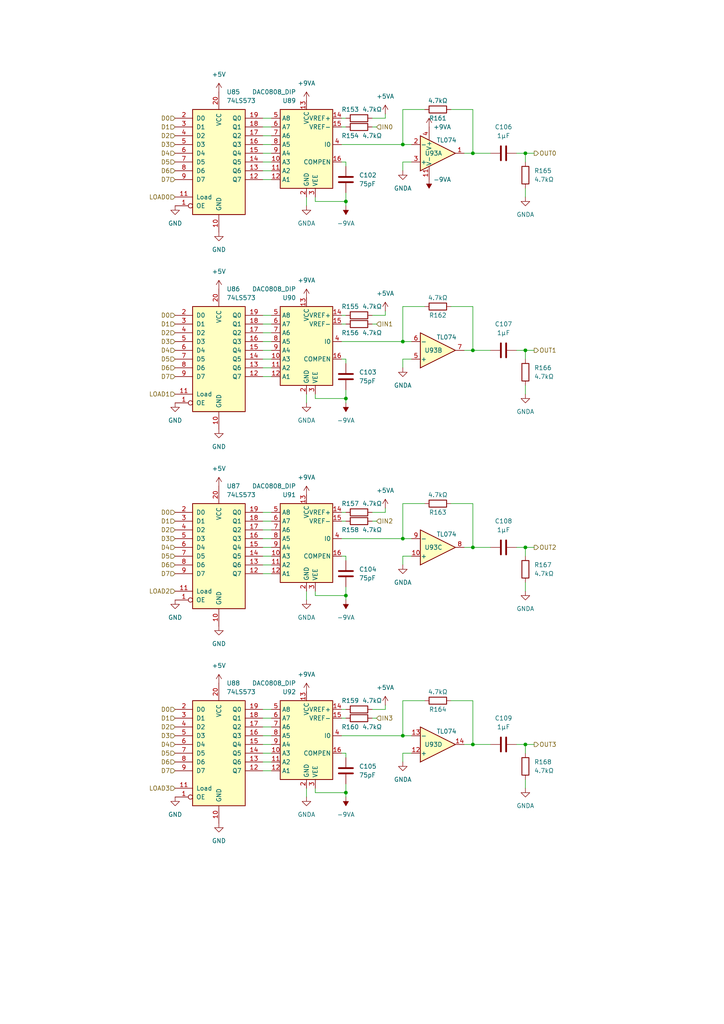
<source format=kicad_sch>
(kicad_sch (version 20250114) (generator "eeschema") (generator_version "9.0")
  (paper "A4" portrait)
  (lib_symbols
    (symbol "74xx:74LS573" (pin_names (offset 1.016))
      (property "Reference" "U" (at -7.62 16.51 0))
      (property "Value" "74LS573" (at -7.62 -16.51 0))
      (symbol "74LS573_1_0"
        (pin input line (at -12.7 12.7 0) (length 5.08) (name "D0") (number "2"))
        (pin input line (at -12.7 10.16 0) (length 5.08) (name "D1") (number "3"))
        (pin input line (at -12.7 7.62 0) (length 5.08) (name "D2") (number "4"))
        (pin input line (at -12.7 5.08 0) (length 5.08) (name "D3") (number "5"))
        (pin input line (at -12.7 2.54 0) (length 5.08) (name "D4") (number "6"))
        (pin input line (at -12.7 0 0) (length 5.08) (name "D5") (number "7"))
        (pin input line (at -12.7 -2.54 0) (length 5.08) (name "D6") (number "8"))
        (pin input line (at -12.7 -5.08 0) (length 5.08) (name "D7") (number "9"))
        (pin input line (at -12.7 -10.16 0) (length 5.08) (name "Load") (number "11"))
        (pin input inverted (at -12.7 -12.7 0) (length 5.08) (name "OE") (number "1"))
        (pin power_in line (at 0 20.32 270) (length 5.08) (name "VCC") (number "20"))
        (pin power_in line (at 0 -20.32 90) (length 5.08) (name "GND") (number "10"))
        (pin tri_state line (at 12.7 12.7 180) (length 5.08) (name "Q0") (number "19"))
        (pin tri_state line (at 12.7 10.16 180) (length 5.08) (name "Q1") (number "18"))
        (pin tri_state line (at 12.7 7.62 180) (length 5.08) (name "Q2") (number "17"))
        (pin tri_state line (at 12.7 5.08 180) (length 5.08) (name "Q3") (number "16"))
        (pin tri_state line (at 12.7 2.54 180) (length 5.08) (name "Q4") (number "15"))
        (pin tri_state line (at 12.7 0 180) (length 5.08) (name "Q5") (number "14"))
        (pin tri_state line (at 12.7 -2.54 180) (length 5.08) (name "Q6") (number "13"))
        (pin tri_state line (at 12.7 -5.08 180) (length 5.08) (name "Q7") (number "12"))
      )
      (symbol "74LS573_1_1"
        (rectangle (start -7.62 15.24) (end 7.62 -15.24) (stroke (width 0.254)) (fill (type background)))
      )
    )
    (symbol "Amplifier_Operational:TL074" (pin_names (offset 0.127))
      (property "Reference" "U" (at 0 5.08 0))
      (property "Value" "TL074" (at 0 -5.08 0))
      (symbol "TL074_1_1"
        (polyline (pts (xy -5.08 5.08) (xy 5.08 0) (xy -5.08 -5.08) (xy -5.08 5.08)) (stroke (width 0.254)) (fill (type background)))
        (pin input line (at -7.62 2.54 0) (length 2.54) (name "+") (number "3"))
        (pin input line (at -7.62 -2.54 0) (length 2.54) (name "-") (number "2"))
        (pin output line (at 7.62 0 180) (length 2.54) (name "~") (number "1"))
      )
      (symbol "TL074_2_1"
        (polyline (pts (xy -5.08 5.08) (xy 5.08 0) (xy -5.08 -5.08) (xy -5.08 5.08)) (stroke (width 0.254)) (fill (type background)))
        (pin input line (at -7.62 2.54 0) (length 2.54) (name "+") (number "5"))
        (pin input line (at -7.62 -2.54 0) (length 2.54) (name "-") (number "6"))
        (pin output line (at 7.62 0 180) (length 2.54) (name "~") (number "7"))
      )
      (symbol "TL074_3_1"
        (polyline (pts (xy -5.08 5.08) (xy 5.08 0) (xy -5.08 -5.08) (xy -5.08 5.08)) (stroke (width 0.254)) (fill (type background)))
        (pin input line (at -7.62 2.54 0) (length 2.54) (name "+") (number "10"))
        (pin input line (at -7.62 -2.54 0) (length 2.54) (name "-") (number "9"))
        (pin output line (at 7.62 0 180) (length 2.54) (name "~") (number "8"))
      )
      (symbol "TL074_4_1"
        (polyline (pts (xy -5.08 5.08) (xy 5.08 0) (xy -5.08 -5.08) (xy -5.08 5.08)) (stroke (width 0.254)) (fill (type background)))
        (pin input line (at -7.62 2.54 0) (length 2.54) (name "+") (number "12"))
        (pin input line (at -7.62 -2.54 0) (length 2.54) (name "-") (number "13"))
        (pin output line (at 7.62 0 180) (length 2.54) (name "~") (number "14"))
      )
      (symbol "TL074_5_1"
        (pin power_in line (at -2.54 7.62 270) (length 3.81) (name "V+") (number "4"))
        (pin power_in line (at -2.54 -7.62 90) (length 3.81) (name "V-") (number "11"))
      )
    )
    (symbol "Analog_DAC:DAC0808_DIP"
      (property "Reference" "U" (at 2.54 16.51 0))
      (property "Value" "DAC0808_DIP" (at 2.54 13.97 0))
      (symbol "DAC0808_DIP_0_0"
        (rectangle (start -7.62 -10.16) (end 7.62 12.7) (stroke (width 0.254)) (fill (type background)))
      )
      (symbol "DAC0808_DIP_1_1"
        (pin input line (at -10.16 10.16 0) (length 2.54) (name "A8") (number "5"))
        (pin input line (at -10.16 7.62 0) (length 2.54) (name "A7") (number "6"))
        (pin input line (at -10.16 5.08 0) (length 2.54) (name "A6") (number "7"))
        (pin input line (at -10.16 2.54 0) (length 2.54) (name "A5") (number "8"))
        (pin input line (at -10.16 0 0) (length 2.54) (name "A4") (number "9"))
        (pin input line (at -10.16 -2.54 0) (length 2.54) (name "A3") (number "10"))
        (pin input line (at -10.16 -5.08 0) (length 2.54) (name "A2") (number "11"))
        (pin input line (at -10.16 -7.62 0) (length 2.54) (name "A1") (number "12"))
        (pin power_in line (at 0 15.24 270) (length 2.54) (name "VCC") (number "13"))
        (pin power_in line (at 0 -12.7 90) (length 2.54) (name "GND") (number "2"))
        (pin power_in line (at 2.54 -12.7 90) (length 2.54) (name "VEE") (number "3"))
        (pin no_connect line (at 7.62 -5.08 180) (length 2.54) (hide yes) (name "NC") (number "1"))
        (pin output line (at 10.16 10.16 180) (length 2.54) (name "VREF+") (number "14"))
        (pin output line (at 10.16 7.62 180) (length 2.54) (name "VREF-") (number "15"))
        (pin input line (at 10.16 2.54 180) (length 2.54) (name "I0") (number "4"))
        (pin passive line (at 10.16 -2.54 180) (length 2.54) (name "COMPEN") (number "16"))
      )
    )
    (symbol "Device:C" (pin_numbers (hide yes)) (pin_names (offset 0.254))
      (property "Reference" "C" (at 0.635 2.54 0))
      (property "Value" "C" (at 0.635 -2.54 0))
      (symbol "C_0_1"
        (polyline (pts (xy -2.032 0.762) (xy 2.032 0.762)) (stroke (width 0.508)))
        (polyline (pts (xy -2.032 -0.762) (xy 2.032 -0.762)) (stroke (width 0.508)))
      )
      (symbol "C_1_1"
        (pin passive line (at 0 3.81 270) (length 2.794) (name "~") (number "1"))
        (pin passive line (at 0 -3.81 90) (length 2.794) (name "~") (number "2"))
      )
    )
    (symbol "Device:R" (pin_numbers (hide yes)) (pin_names (offset 0))
      (property "Reference" "R" (at 2.032 0 90))
      (property "Value" "R" (at 0 0 90))
      (symbol "R_0_1"
        (rectangle (start -1.016 -2.54) (end 1.016 2.54) (stroke (width 0.254)))
      )
      (symbol "R_1_1"
        (pin passive line (at 0 3.81 270) (length 1.27) (name "~") (number "1"))
        (pin passive line (at 0 -3.81 90) (length 1.27) (name "~") (number "2"))
      )
    )
    (symbol "power:+5V" (power) (pin_numbers (hide yes)) (pin_names (offset 0) (hide yes))
      (property "Value" "+5V" (at 0 3.556 0))
      (symbol "+5V_0_1"
        (polyline (pts (xy -0.762 1.27) (xy 0 2.54)))
        (polyline (pts (xy 0 2.54) (xy 0.762 1.27)))
        (polyline (pts (xy 0 0) (xy 0 2.54)))
      )
      (symbol "+5V_1_1"
        (pin power_in line (at 0 0 90) (length 0) (name "~") (number "1"))
      )
    )
    (symbol "power:+5VA" (power) (pin_numbers (hide yes)) (pin_names (offset 0) (hide yes))
      (property "Value" "+5VA" (at 0 3.556 0))
      (symbol "+5VA_0_1"
        (polyline (pts (xy -0.762 1.27) (xy 0 2.54)))
        (polyline (pts (xy 0 2.54) (xy 0.762 1.27)))
        (polyline (pts (xy 0 0) (xy 0 2.54)))
      )
      (symbol "+5VA_1_1"
        (pin power_in line (at 0 0 90) (length 0) (name "~") (number "1"))
      )
    )
    (symbol "power:+9VA" (power) (pin_numbers (hide yes)) (pin_names (offset 0) (hide yes))
      (property "Value" "+9VA" (at 0 3.556 0))
      (symbol "+9VA_0_1"
        (polyline (pts (xy -0.762 1.27) (xy 0 2.54)))
        (polyline (pts (xy 0 2.54) (xy 0.762 1.27)))
        (polyline (pts (xy 0 0) (xy 0 2.54)))
      )
      (symbol "+9VA_1_1"
        (pin power_in line (at 0 0 90) (length 0) (name "~") (number "1"))
      )
    )
    (symbol "power:-9VA" (power) (pin_numbers (hide yes)) (pin_names (offset 0) (hide yes))
      (property "Value" "-9VA" (at 0 3.556 0))
      (symbol "-9VA_0_1"
        (polyline (pts (xy 0 0) (xy 0 2.54)))
        (polyline (pts (xy 0.762 1.27) (xy -0.762 1.27) (xy 0 2.54) (xy 0.762 1.27)) (fill (type outline)))
      )
      (symbol "-9VA_1_1"
        (pin power_in line (at 0 0 90) (length 0) (name "~") (number "1"))
      )
    )
    (symbol "power:GND" (power) (pin_numbers (hide yes)) (pin_names (offset 0) (hide yes))
      (property "Value" "GND" (at 0 -3.81 0))
      (symbol "GND_0_1"
        (polyline (pts (xy 0 0) (xy 0 -1.27) (xy 1.27 -1.27) (xy 0 -2.54) (xy -1.27 -1.27) (xy 0 -1.27)))
      )
      (symbol "GND_1_1"
        (pin power_in line (at 0 0 270) (length 0) (name "~") (number "1"))
      )
    )
    (symbol "power:GNDA" (power) (pin_numbers (hide yes)) (pin_names (offset 0) (hide yes))
      (property "Value" "GNDA" (at 0 -3.81 0))
      (symbol "GNDA_0_1"
        (polyline (pts (xy 0 0) (xy 0 -1.27) (xy 1.27 -1.27) (xy 0 -2.54) (xy -1.27 -1.27) (xy 0 -1.27)))
      )
      (symbol "GNDA_1_1"
        (pin power_in line (at 0 0 270) (length 0) (name "~") (number "1"))
      )
    )
  )
  (junction (at 137.16 158.75))
  (junction (at 100.33 115.57))
  (junction (at 137.16 44.45))
  (junction (at 137.16 215.9))
  (junction (at 116.84 213.36))
  (junction (at 152.4 44.45))
  (junction (at 116.84 99.06))
  (junction (at 100.33 58.42))
  (junction (at 152.4 101.6))
  (junction (at 116.84 156.21))
  (junction (at 116.84 41.91))
  (junction (at 152.4 215.9))
  (junction (at 100.33 229.87))
  (junction (at 152.4 158.75))
  (junction (at 137.16 101.6))
  (junction (at 100.33 172.72))
  (wire (pts (xy 76.2 106.68) (xy 78.74 106.68)))
  (wire (pts (xy 100.33 105.41) (xy 100.33 104.14)))
  (wire (pts (xy 76.2 213.36) (xy 78.74 213.36)))
  (wire (pts (xy 100.33 172.72) (xy 100.33 173.99)))
  (wire (pts (xy 111.76 147.32) (xy 111.76 148.59)))
  (wire (pts (xy 152.4 158.75) (xy 154.94 158.75)))
  (wire (pts (xy 91.44 115.57) (xy 100.33 115.57)))
  (wire (pts (xy 76.2 101.6) (xy 78.74 101.6)))
  (wire (pts (xy 76.2 44.45) (xy 78.74 44.45)))
  (wire (pts (xy 76.2 49.53) (xy 78.74 49.53)))
  (wire (pts (xy 152.4 44.45) (xy 154.94 44.45)))
  (wire (pts (xy 137.16 88.9) (xy 137.16 101.6)))
  (wire (pts (xy 111.76 148.59) (xy 107.95 148.59)))
  (wire (pts (xy 111.76 90.17) (xy 111.76 91.44)))
  (wire (pts (xy 137.16 44.45) (xy 142.24 44.45)))
  (wire (pts (xy 116.84 161.29) (xy 116.84 163.83)))
  (wire (pts (xy 91.44 57.15) (xy 91.44 58.42)))
  (wire (pts (xy 152.4 104.14) (xy 152.4 101.6)))
  (wire (pts (xy 100.33 115.57) (xy 100.33 116.84)))
  (wire (pts (xy 88.9 231.14) (xy 88.9 228.6)))
  (wire (pts (xy 137.16 88.9) (xy 130.81 88.9)))
  (wire (pts (xy 111.76 204.47) (xy 111.76 205.74)))
  (wire (pts (xy 100.33 219.71) (xy 100.33 218.44)))
  (wire (pts (xy 76.2 104.14) (xy 78.74 104.14)))
  (wire (pts (xy 91.44 228.6) (xy 91.44 229.87)))
  (wire (pts (xy 137.16 31.75) (xy 130.81 31.75)))
  (wire (pts (xy 119.38 218.44) (xy 116.84 218.44)))
  (wire (pts (xy 119.38 46.99) (xy 116.84 46.99)))
  (wire (pts (xy 76.2 208.28) (xy 78.74 208.28)))
  (wire (pts (xy 76.2 46.99) (xy 78.74 46.99)))
  (wire (pts (xy 88.9 173.99) (xy 88.9 171.45)))
  (wire (pts (xy 116.84 156.21) (xy 119.38 156.21)))
  (wire (pts (xy 107.95 36.83) (xy 109.22 36.83)))
  (wire (pts (xy 76.2 215.9) (xy 78.74 215.9)))
  (wire (pts (xy 119.38 161.29) (xy 116.84 161.29)))
  (wire (pts (xy 134.62 44.45) (xy 137.16 44.45)))
  (wire (pts (xy 111.76 34.29) (xy 107.95 34.29)))
  (wire (pts (xy 116.84 203.2) (xy 116.84 213.36)))
  (wire (pts (xy 76.2 161.29) (xy 78.74 161.29)))
  (wire (pts (xy 119.38 104.14) (xy 116.84 104.14)))
  (wire (pts (xy 76.2 205.74) (xy 78.74 205.74)))
  (wire (pts (xy 134.62 215.9) (xy 137.16 215.9)))
  (wire (pts (xy 137.16 31.75) (xy 137.16 44.45)))
  (wire (pts (xy 100.33 34.29) (xy 99.06 34.29)))
  (wire (pts (xy 100.33 205.74) (xy 99.06 205.74)))
  (wire (pts (xy 149.86 158.75) (xy 152.4 158.75)))
  (wire (pts (xy 152.4 215.9) (xy 154.94 215.9)))
  (wire (pts (xy 116.84 218.44) (xy 116.84 220.98)))
  (wire (pts (xy 99.06 93.98) (xy 100.33 93.98)))
  (wire (pts (xy 100.33 227.33) (xy 100.33 229.87)))
  (wire (pts (xy 100.33 91.44) (xy 99.06 91.44)))
  (wire (pts (xy 100.33 58.42) (xy 100.33 59.69)))
  (wire (pts (xy 116.84 146.05) (xy 116.84 156.21)))
  (wire (pts (xy 76.2 41.91) (xy 78.74 41.91)))
  (wire (pts (xy 76.2 93.98) (xy 78.74 93.98)))
  (wire (pts (xy 100.33 161.29) (xy 99.06 161.29)))
  (wire (pts (xy 76.2 156.21) (xy 78.74 156.21)))
  (wire (pts (xy 149.86 101.6) (xy 152.4 101.6)))
  (wire (pts (xy 99.06 41.91) (xy 116.84 41.91)))
  (wire (pts (xy 76.2 223.52) (xy 78.74 223.52)))
  (wire (pts (xy 100.33 48.26) (xy 100.33 46.99)))
  (wire (pts (xy 152.4 161.29) (xy 152.4 158.75)))
  (wire (pts (xy 99.06 213.36) (xy 116.84 213.36)))
  (wire (pts (xy 152.4 218.44) (xy 152.4 215.9)))
  (wire (pts (xy 76.2 36.83) (xy 78.74 36.83)))
  (wire (pts (xy 111.76 91.44) (xy 107.95 91.44)))
  (wire (pts (xy 111.76 205.74) (xy 107.95 205.74)))
  (wire (pts (xy 76.2 158.75) (xy 78.74 158.75)))
  (wire (pts (xy 152.4 114.3) (xy 152.4 111.76)))
  (wire (pts (xy 107.95 208.28) (xy 109.22 208.28)))
  (wire (pts (xy 76.2 39.37) (xy 78.74 39.37)))
  (wire (pts (xy 134.62 158.75) (xy 137.16 158.75)))
  (wire (pts (xy 134.62 101.6) (xy 137.16 101.6)))
  (wire (pts (xy 100.33 170.18) (xy 100.33 172.72)))
  (wire (pts (xy 100.33 55.88) (xy 100.33 58.42)))
  (wire (pts (xy 88.9 59.69) (xy 88.9 57.15)))
  (wire (pts (xy 111.76 33.02) (xy 111.76 34.29)))
  (wire (pts (xy 100.33 104.14) (xy 99.06 104.14)))
  (wire (pts (xy 76.2 148.59) (xy 78.74 148.59)))
  (wire (pts (xy 152.4 171.45) (xy 152.4 168.91)))
  (wire (pts (xy 76.2 218.44) (xy 78.74 218.44)))
  (wire (pts (xy 76.2 151.13) (xy 78.74 151.13)))
  (wire (pts (xy 76.2 91.44) (xy 78.74 91.44)))
  (wire (pts (xy 152.4 228.6) (xy 152.4 226.06)))
  (wire (pts (xy 76.2 109.22) (xy 78.74 109.22)))
  (wire (pts (xy 116.84 213.36) (xy 119.38 213.36)))
  (wire (pts (xy 100.33 218.44) (xy 99.06 218.44)))
  (wire (pts (xy 100.33 113.03) (xy 100.33 115.57)))
  (wire (pts (xy 76.2 166.37) (xy 78.74 166.37)))
  (wire (pts (xy 137.16 215.9) (xy 142.24 215.9)))
  (wire (pts (xy 116.84 31.75) (xy 116.84 41.91)))
  (wire (pts (xy 100.33 148.59) (xy 99.06 148.59)))
  (wire (pts (xy 76.2 220.98) (xy 78.74 220.98)))
  (wire (pts (xy 149.86 215.9) (xy 152.4 215.9)))
  (wire (pts (xy 100.33 162.56) (xy 100.33 161.29)))
  (wire (pts (xy 107.95 151.13) (xy 109.22 151.13)))
  (wire (pts (xy 152.4 57.15) (xy 152.4 54.61)))
  (wire (pts (xy 137.16 146.05) (xy 137.16 158.75)))
  (wire (pts (xy 116.84 46.99) (xy 116.84 49.53)))
  (wire (pts (xy 137.16 203.2) (xy 137.16 215.9)))
  (wire (pts (xy 91.44 114.3) (xy 91.44 115.57)))
  (wire (pts (xy 152.4 101.6) (xy 154.94 101.6)))
  (wire (pts (xy 116.84 88.9) (xy 116.84 99.06)))
  (wire (pts (xy 76.2 210.82) (xy 78.74 210.82)))
  (wire (pts (xy 99.06 151.13) (xy 100.33 151.13)))
  (wire (pts (xy 149.86 44.45) (xy 152.4 44.45)))
  (wire (pts (xy 100.33 46.99) (xy 99.06 46.99)))
  (wire (pts (xy 99.06 99.06) (xy 116.84 99.06)))
  (wire (pts (xy 137.16 203.2) (xy 130.81 203.2)))
  (wire (pts (xy 107.95 93.98) (xy 109.22 93.98)))
  (wire (pts (xy 99.06 156.21) (xy 116.84 156.21)))
  (wire (pts (xy 116.84 41.91) (xy 119.38 41.91)))
  (wire (pts (xy 123.19 203.2) (xy 116.84 203.2)))
  (wire (pts (xy 116.84 99.06) (xy 119.38 99.06)))
  (wire (pts (xy 137.16 146.05) (xy 130.81 146.05)))
  (wire (pts (xy 152.4 46.99) (xy 152.4 44.45)))
  (wire (pts (xy 116.84 104.14) (xy 116.84 106.68)))
  (wire (pts (xy 123.19 31.75) (xy 116.84 31.75)))
  (wire (pts (xy 137.16 101.6) (xy 142.24 101.6)))
  (wire (pts (xy 123.19 146.05) (xy 116.84 146.05)))
  (wire (pts (xy 88.9 116.84) (xy 88.9 114.3)))
  (wire (pts (xy 76.2 52.07) (xy 78.74 52.07)))
  (wire (pts (xy 91.44 171.45) (xy 91.44 172.72)))
  (wire (pts (xy 91.44 58.42) (xy 100.33 58.42)))
  (wire (pts (xy 99.06 36.83) (xy 100.33 36.83)))
  (wire (pts (xy 99.06 208.28) (xy 100.33 208.28)))
  (wire (pts (xy 100.33 229.87) (xy 100.33 231.14)))
  (wire (pts (xy 76.2 34.29) (xy 78.74 34.29)))
  (wire (pts (xy 137.16 158.75) (xy 142.24 158.75)))
  (wire (pts (xy 123.19 88.9) (xy 116.84 88.9)))
  (wire (pts (xy 76.2 96.52) (xy 78.74 96.52)))
  (wire (pts (xy 76.2 153.67) (xy 78.74 153.67)))
  (wire (pts (xy 91.44 229.87) (xy 100.33 229.87)))
  (wire (pts (xy 76.2 99.06) (xy 78.74 99.06)))
  (wire (pts (xy 91.44 172.72) (xy 100.33 172.72)))
  (wire (pts (xy 76.2 163.83) (xy 78.74 163.83)))
  (hierarchical_label "D0" (shape input) (at 50.8 205.74 180))
  (hierarchical_label "D7" (shape input) (at 50.8 223.52 180))
  (hierarchical_label "D5" (shape input) (at 50.8 46.99 180))
  (hierarchical_label "OUT1" (shape output) (at 154.94 101.6 0))
  (hierarchical_label "D0" (shape input) (at 50.8 91.44 180))
  (hierarchical_label "D6" (shape input) (at 50.8 163.83 180))
  (hierarchical_label "D3" (shape input) (at 50.8 156.21 180))
  (hierarchical_label "D2" (shape input) (at 50.8 153.67 180))
  (hierarchical_label "D5" (shape input) (at 50.8 161.29 180))
  (hierarchical_label "D6" (shape input) (at 50.8 106.68 180))
  (hierarchical_label "OUT0" (shape output) (at 154.94 44.45 0))
  (hierarchical_label "OUT3" (shape output) (at 154.94 215.9 0))
  (hierarchical_label "D5" (shape input) (at 50.8 218.44 180))
  (hierarchical_label "D2" (shape input) (at 50.8 39.37 180))
  (hierarchical_label "D1" (shape input) (at 50.8 208.28 180))
  (hierarchical_label "LOAD0" (shape input) (at 50.8 57.15 180))
  (hierarchical_label "D4" (shape input) (at 50.8 215.9 180))
  (hierarchical_label "D7" (shape input) (at 50.8 52.07 180))
  (hierarchical_label "D3" (shape input) (at 50.8 99.06 180))
  (hierarchical_label "LOAD1" (shape input) (at 50.8 114.3 180))
  (hierarchical_label "D4" (shape input) (at 50.8 44.45 180))
  (hierarchical_label "IN0" (shape input) (at 109.22 36.83 0))
  (hierarchical_label "D1" (shape input) (at 50.8 36.83 180))
  (hierarchical_label "D7" (shape input) (at 50.8 166.37 180))
  (hierarchical_label "D4" (shape input) (at 50.8 101.6 180))
  (hierarchical_label "D1" (shape input) (at 50.8 151.13 180))
  (hierarchical_label "IN2" (shape input) (at 109.22 151.13 0))
  (hierarchical_label "IN1" (shape input) (at 109.22 93.98 0))
  (hierarchical_label "OUT2" (shape output) (at 154.94 158.75 0))
  (hierarchical_label "D2" (shape input) (at 50.8 96.52 180))
  (hierarchical_label "D0" (shape input) (at 50.8 34.29 180))
  (hierarchical_label "D5" (shape input) (at 50.8 104.14 180))
  (hierarchical_label "D7" (shape input) (at 50.8 109.22 180))
  (hierarchical_label "D0" (shape input) (at 50.8 148.59 180))
  (hierarchical_label "D6" (shape input) (at 50.8 220.98 180))
  (hierarchical_label "D2" (shape input) (at 50.8 210.82 180))
  (hierarchical_label "D1" (shape input) (at 50.8 93.98 180))
  (hierarchical_label "D6" (shape input) (at 50.8 49.53 180))
  (hierarchical_label "LOAD3" (shape input) (at 50.8 228.6 180))
  (hierarchical_label "LOAD2" (shape input) (at 50.8 171.45 180))
  (hierarchical_label "D4" (shape input) (at 50.8 158.75 180))
  (hierarchical_label "D3" (shape input) (at 50.8 41.91 180))
  (hierarchical_label "D3" (shape input) (at 50.8 213.36 180))
  (hierarchical_label "IN3" (shape input) (at 109.22 208.28 0))
  (symbol (lib_id "74xx:74LS573") (at 63.5 104.14 0) (unit 1)
    (property "Reference" "U86" (at 65.6941 83.82 0) (effects (justify left)))
    (property "Value" "74LS573" (at 65.6941 86.36 0) (effects (justify left)))
    (property "Datasheet" "74xx/74hc573.pdf" (effects (hide yes)))
    (property "Description" "8-bit Latch 3-state outputs" (effects (hide yes)))
  )
  (symbol (lib_id "power:GND") (at 50.8 231.14 0) (unit 1)
    (property "Reference" "#PWR0457" (effects (hide yes)))
    (property "Value" "GND" (at 50.8 236.22 0))
    (property "Description" "Power symbol creates a global label with name \"GND\" , ground" (effects (hide yes)))
  )
  (symbol (lib_id "power:GNDA") (at 88.9 173.99 0) (unit 1)
    (property "Reference" "#PWR0471" (effects (hide yes)))
    (property "Value" "GNDA" (at 88.9 179.07 0))
    (property "Description" "Power symbol creates a global label with name \"GNDA\" , analog ground" (effects (hide yes)))
  )
  (symbol (lib_id "power:+5V") (at 63.5 198.12 0) (unit 1)
    (property "Reference" "#PWR0464" (effects (hide yes)))
    (property "Value" "+5V" (at 63.5 193.04 0))
    (property "Description" "Power symbol creates a global label with name \"+5V\"" (effects (hide yes)))
  )
  (symbol (lib_id "Amplifier_Operational:TL074") (at 127 158.75 0) (mirror x) (unit 3)
    (property "Reference" "U93" (at 125.73 158.75 0))
    (property "Value" "TL074" (at 129.54 154.94 0))
    (property "Datasheet" "http://www.ti.com/lit/ds/symlink/tl071.pdf" (effects (hide yes)))
    (property "Description" "Quad Low-Noise JFET-Input Operational Amplifiers, DIP-14/SOIC-14" (effects (hide yes)))
  )
  (symbol (lib_id "power:-9VA") (at 100.33 173.99 180) (unit 1)
    (property "Reference" "#PWR0476" (effects (hide yes)))
    (property "Value" "-9VA" (at 100.33 179.07 0))
    (property "Description" "Power symbol creates a global label with name \"-9VA\"" (effects (hide yes)))
  )
  (symbol (lib_id "Amplifier_Operational:TL074") (at 127 44.45 0) (unit 5)
    (property "Reference" "U93" (effects (hide yes)))
    (property "Value" "TL074" (effects (hide yes)))
    (property "Datasheet" "http://www.ti.com/lit/ds/symlink/tl071.pdf" (effects (hide yes)))
    (property "Description" "Quad Low-Noise JFET-Input Operational Amplifiers, DIP-14/SOIC-14" (effects (hide yes)))
  )
  (symbol (lib_id "power:GNDA") (at 88.9 231.14 0) (unit 1)
    (property "Reference" "#PWR0473" (effects (hide yes)))
    (property "Value" "GNDA" (at 88.9 236.22 0))
    (property "Description" "Power symbol creates a global label with name \"GNDA\" , analog ground" (effects (hide yes)))
  )
  (symbol (lib_id "Device:R") (at 152.4 222.25 0) (unit 1)
    (property "Reference" "R168" (at 154.94 220.9799 0) (effects (justify left)))
    (property "Value" "4.7kΩ" (at 154.94 223.5199 0) (effects (justify left)))
    (property "Description" "Resistor" (effects (hide yes)))
  )
  (symbol (lib_id "Device:C") (at 146.05 158.75 90) (unit 1)
    (property "Reference" "C108" (at 146.05 151.13 90))
    (property "Value" "1µF" (at 146.05 153.67 90))
    (property "Description" "Unpolarized capacitor" (effects (hide yes)))
  )
  (symbol (lib_id "Amplifier_Operational:TL074") (at 127 101.6 0) (mirror x) (unit 2)
    (property "Reference" "U93" (at 125.73 101.6 0))
    (property "Value" "TL074" (at 129.54 97.79 0))
    (property "Datasheet" "http://www.ti.com/lit/ds/symlink/tl071.pdf" (effects (hide yes)))
    (property "Description" "Quad Low-Noise JFET-Input Operational Amplifiers, DIP-14/SOIC-14" (effects (hide yes)))
  )
  (symbol (lib_id "Device:R") (at 104.14 36.83 90) (unit 1)
    (property "Reference" "R154" (at 101.6 39.37 90))
    (property "Value" "4.7kΩ" (at 107.95 31.75 90))
    (property "Description" "Resistor" (effects (hide yes)))
  )
  (symbol (lib_id "Device:R") (at 152.4 50.8 0) (unit 1)
    (property "Reference" "R165" (at 154.94 49.5299 0) (effects (justify left)))
    (property "Value" "4.7kΩ" (at 154.94 52.0699 0) (effects (justify left)))
    (property "Description" "Resistor" (effects (hide yes)))
  )
  (symbol (lib_id "Amplifier_Operational:TL074") (at 127 44.45 0) (mirror x) (unit 1)
    (property "Reference" "U93" (at 125.73 44.45 0))
    (property "Value" "TL074" (at 129.54 40.64 0))
    (property "Datasheet" "http://www.ti.com/lit/ds/symlink/tl071.pdf" (effects (hide yes)))
    (property "Description" "Quad Low-Noise JFET-Input Operational Amplifiers, DIP-14/SOIC-14" (effects (hide yes)))
  )
  (symbol (lib_id "Device:R") (at 127 88.9 90) (unit 1)
    (property "Reference" "R162" (at 127 91.44 90))
    (property "Value" "4.7kΩ" (at 127 86.36 90))
    (property "Description" "Resistor" (effects (hide yes)))
  )
  (symbol (lib_id "power:-9VA") (at 100.33 59.69 180) (unit 1)
    (property "Reference" "#PWR0474" (effects (hide yes)))
    (property "Value" "-9VA" (at 100.33 64.77 0))
    (property "Description" "Power symbol creates a global label with name \"-9VA\"" (effects (hide yes)))
  )
  (symbol (lib_id "Device:R") (at 152.4 165.1 0) (unit 1)
    (property "Reference" "R167" (at 154.94 163.8299 0) (effects (justify left)))
    (property "Value" "4.7kΩ" (at 154.94 166.3699 0) (effects (justify left)))
    (property "Description" "Resistor" (effects (hide yes)))
  )
  (symbol (lib_id "Device:R") (at 104.14 151.13 90) (unit 1)
    (property "Reference" "R158" (at 101.6 153.67 90))
    (property "Value" "4.7kΩ" (at 107.95 146.05 90))
    (property "Description" "Resistor" (effects (hide yes)))
  )
  (symbol (lib_id "Device:R") (at 104.14 208.28 90) (unit 1)
    (property "Reference" "R160" (at 101.6 210.82 90))
    (property "Value" "4.7kΩ" (at 107.95 203.2 90))
    (property "Description" "Resistor" (effects (hide yes)))
  )
  (symbol (lib_id "Analog_DAC:DAC0808_DIP") (at 88.9 158.75 0) (unit 1)
    (property "Reference" "U91" (at 85.8835 143.51 0) (effects (justify right)))
    (property "Value" "DAC0808_DIP" (at 85.8835 140.97 0) (effects (justify right)))
    (property "Footprint" "Package_DIP:DIP-16_W7.62mm" (effects (hide yes)))
    (property "Datasheet" "http://www.ti.com/lit/ds/symlink/dac0808.pdf" (effects (hide yes)))
    (property "Description" "8-bit multiplying DAC" (effects (hide yes)))
  )
  (symbol (lib_id "Device:R") (at 104.14 91.44 90) (unit 1)
    (property "Reference" "R155" (at 101.6 88.9 90))
    (property "Value" "4.7kΩ" (at 107.95 96.52 90))
    (property "Description" "Resistor" (effects (hide yes)))
  )
  (symbol (lib_id "power:+5VA") (at 111.76 90.17 0) (unit 1)
    (property "Reference" "#PWR0479" (effects (hide yes)))
    (property "Value" "+5VA" (at 111.76 85.09 0))
    (property "Description" "Power symbol creates a global label with name \"+5VA\"" (effects (hide yes)))
  )
  (symbol (lib_id "Device:C") (at 146.05 215.9 90) (unit 1)
    (property "Reference" "C109" (at 146.05 208.28 90))
    (property "Value" "1µF" (at 146.05 210.82 90))
    (property "Description" "Unpolarized capacitor" (effects (hide yes)))
  )
  (symbol (lib_id "power:-9VA") (at 124.46 52.07 180) (unit 1)
    (property "Reference" "#PWR0487" (effects (hide yes)))
    (property "Value" "-9VA" (at 128.27 52.07 0))
    (property "Description" "Power symbol creates a global label with name \"-9VA\"" (effects (hide yes)))
  )
  (symbol (lib_id "power:GNDA") (at 152.4 114.3 0) (unit 1)
    (property "Reference" "#PWR0489" (effects (hide yes)))
    (property "Value" "GNDA" (at 152.4 119.38 0))
    (property "Description" "Power symbol creates a global label with name \"GNDA\" , analog ground" (effects (hide yes)))
  )
  (symbol (lib_id "Device:R") (at 104.14 205.74 90) (unit 1)
    (property "Reference" "R159" (at 101.6 203.2 90))
    (property "Value" "4.7kΩ" (at 107.95 210.82 90))
    (property "Description" "Resistor" (effects (hide yes)))
  )
  (symbol (lib_id "Device:R") (at 127 146.05 90) (unit 1)
    (property "Reference" "R163" (at 127 148.59 90))
    (property "Value" "4.7kΩ" (at 127 143.51 90))
    (property "Description" "Resistor" (effects (hide yes)))
  )
  (symbol (lib_id "power:+9VA") (at 88.9 86.36 0) (unit 1)
    (property "Reference" "#PWR0468" (effects (hide yes)))
    (property "Value" "+9VA" (at 88.9 81.28 0))
    (property "Description" "Power symbol creates a global label with name \"+9VA\"" (effects (hide yes)))
  )
  (symbol (lib_id "power:+9VA") (at 88.9 29.21 0) (unit 1)
    (property "Reference" "#PWR0466" (effects (hide yes)))
    (property "Value" "+9VA" (at 88.9 24.13 0))
    (property "Description" "Power symbol creates a global label with name \"+9VA\"" (effects (hide yes)))
  )
  (symbol (lib_id "power:GNDA") (at 152.4 228.6 0) (unit 1)
    (property "Reference" "#PWR0491" (effects (hide yes)))
    (property "Value" "GNDA" (at 152.4 233.68 0))
    (property "Description" "Power symbol creates a global label with name \"GNDA\" , analog ground" (effects (hide yes)))
  )
  (symbol (lib_id "power:GND") (at 63.5 67.31 0) (unit 1)
    (property "Reference" "#PWR0459" (effects (hide yes)))
    (property "Value" "GND" (at 63.5 72.39 0))
    (property "Description" "Power symbol creates a global label with name \"GND\" , ground" (effects (hide yes)))
  )
  (symbol (lib_id "Device:R") (at 104.14 34.29 90) (unit 1)
    (property "Reference" "R153" (at 101.6 31.75 90))
    (property "Value" "4.7kΩ" (at 107.95 39.37 90))
    (property "Description" "Resistor" (effects (hide yes)))
  )
  (symbol (lib_id "power:GNDA") (at 88.9 59.69 0) (unit 1)
    (property "Reference" "#PWR0467" (effects (hide yes)))
    (property "Value" "GNDA" (at 88.9 64.77 0))
    (property "Description" "Power symbol creates a global label with name \"GNDA\" , analog ground" (effects (hide yes)))
  )
  (symbol (lib_id "power:GNDA") (at 152.4 57.15 0) (unit 1)
    (property "Reference" "#PWR0488" (effects (hide yes)))
    (property "Value" "GNDA" (at 152.4 62.23 0))
    (property "Description" "Power symbol creates a global label with name \"GNDA\" , analog ground" (effects (hide yes)))
  )
  (symbol (lib_id "Device:C") (at 100.33 223.52 0) (unit 1)
    (property "Reference" "C105" (at 104.14 222.2499 0) (effects (justify left)))
    (property "Value" "75pF" (at 104.14 224.7899 0) (effects (justify left)))
    (property "Description" "Unpolarized capacitor" (effects (hide yes)))
  )
  (symbol (lib_id "Device:C") (at 100.33 166.37 0) (unit 1)
    (property "Reference" "C104" (at 104.14 165.0999 0) (effects (justify left)))
    (property "Value" "75pF" (at 104.14 167.6399 0) (effects (justify left)))
    (property "Description" "Unpolarized capacitor" (effects (hide yes)))
  )
  (symbol (lib_id "Device:C") (at 146.05 44.45 90) (unit 1)
    (property "Reference" "C106" (at 146.05 36.83 90))
    (property "Value" "1µF" (at 146.05 39.37 90))
    (property "Description" "Unpolarized capacitor" (effects (hide yes)))
  )
  (symbol (lib_id "Device:C") (at 146.05 101.6 90) (unit 1)
    (property "Reference" "C107" (at 146.05 93.98 90))
    (property "Value" "1µF" (at 146.05 96.52 90))
    (property "Description" "Unpolarized capacitor" (effects (hide yes)))
  )
  (symbol (lib_id "74xx:74LS573") (at 63.5 46.99 0) (unit 1)
    (property "Reference" "U85" (at 65.6941 26.67 0) (effects (justify left)))
    (property "Value" "74LS573" (at 65.6941 29.21 0) (effects (justify left)))
    (property "Datasheet" "74xx/74hc573.pdf" (effects (hide yes)))
    (property "Description" "8-bit Latch 3-state outputs" (effects (hide yes)))
  )
  (symbol (lib_id "power:+9VA") (at 88.9 200.66 0) (unit 1)
    (property "Reference" "#PWR0472" (effects (hide yes)))
    (property "Value" "+9VA" (at 88.9 195.58 0))
    (property "Description" "Power symbol creates a global label with name \"+9VA\"" (effects (hide yes)))
  )
  (symbol (lib_id "Device:R") (at 127 31.75 90) (unit 1)
    (property "Reference" "R161" (at 127 34.29 90))
    (property "Value" "4.7kΩ" (at 127 29.21 90))
    (property "Description" "Resistor" (effects (hide yes)))
  )
  (symbol (lib_id "power:+5VA") (at 111.76 204.47 0) (unit 1)
    (property "Reference" "#PWR0481" (effects (hide yes)))
    (property "Value" "+5VA" (at 111.76 199.39 0))
    (property "Description" "Power symbol creates a global label with name \"+5VA\"" (effects (hide yes)))
  )
  (symbol (lib_id "power:GNDA") (at 88.9 116.84 0) (unit 1)
    (property "Reference" "#PWR0469" (effects (hide yes)))
    (property "Value" "GNDA" (at 88.9 121.92 0))
    (property "Description" "Power symbol creates a global label with name \"GNDA\" , analog ground" (effects (hide yes)))
  )
  (symbol (lib_id "Analog_DAC:DAC0808_DIP") (at 88.9 44.45 0) (unit 1)
    (property "Reference" "U89" (at 85.8835 29.21 0) (effects (justify right)))
    (property "Value" "DAC0808_DIP" (at 85.8835 26.67 0) (effects (justify right)))
    (property "Footprint" "Package_DIP:DIP-16_W7.62mm" (effects (hide yes)))
    (property "Datasheet" "http://www.ti.com/lit/ds/symlink/dac0808.pdf" (effects (hide yes)))
    (property "Description" "8-bit multiplying DAC" (effects (hide yes)))
  )
  (symbol (lib_id "Device:R") (at 104.14 148.59 90) (unit 1)
    (property "Reference" "R157" (at 101.6 146.05 90))
    (property "Value" "4.7kΩ" (at 107.95 153.67 90))
    (property "Description" "Resistor" (effects (hide yes)))
  )
  (symbol (lib_id "Analog_DAC:DAC0808_DIP") (at 88.9 101.6 0) (unit 1)
    (property "Reference" "U90" (at 85.8835 86.36 0) (effects (justify right)))
    (property "Value" "DAC0808_DIP" (at 85.8835 83.82 0) (effects (justify right)))
    (property "Footprint" "Package_DIP:DIP-16_W7.62mm" (effects (hide yes)))
    (property "Datasheet" "http://www.ti.com/lit/ds/symlink/dac0808.pdf" (effects (hide yes)))
    (property "Description" "8-bit multiplying DAC" (effects (hide yes)))
  )
  (symbol (lib_id "power:GND") (at 63.5 238.76 0) (unit 1)
    (property "Reference" "#PWR0465" (effects (hide yes)))
    (property "Value" "GND" (at 63.5 243.84 0))
    (property "Description" "Power symbol creates a global label with name \"GND\" , ground" (effects (hide yes)))
  )
  (symbol (lib_id "Analog_DAC:DAC0808_DIP") (at 88.9 215.9 0) (unit 1)
    (property "Reference" "U92" (at 85.8835 200.66 0) (effects (justify right)))
    (property "Value" "DAC0808_DIP" (at 85.8835 198.12 0) (effects (justify right)))
    (property "Footprint" "Package_DIP:DIP-16_W7.62mm" (effects (hide yes)))
    (property "Datasheet" "http://www.ti.com/lit/ds/symlink/dac0808.pdf" (effects (hide yes)))
    (property "Description" "8-bit multiplying DAC" (effects (hide yes)))
  )
  (symbol (lib_id "74xx:74LS573") (at 63.5 218.44 0) (unit 1)
    (property "Reference" "U88" (at 65.6941 198.12 0) (effects (justify left)))
    (property "Value" "74LS573" (at 65.6941 200.66 0) (effects (justify left)))
    (property "Datasheet" "74xx/74hc573.pdf" (effects (hide yes)))
    (property "Description" "8-bit Latch 3-state outputs" (effects (hide yes)))
  )
  (symbol (lib_id "Device:R") (at 152.4 107.95 0) (unit 1)
    (property "Reference" "R166" (at 154.94 106.6799 0) (effects (justify left)))
    (property "Value" "4.7kΩ" (at 154.94 109.2199 0) (effects (justify left)))
    (property "Description" "Resistor" (effects (hide yes)))
  )
  (symbol (lib_id "power:GND") (at 63.5 124.46 0) (unit 1)
    (property "Reference" "#PWR0461" (effects (hide yes)))
    (property "Value" "GND" (at 63.5 129.54 0))
    (property "Description" "Power symbol creates a global label with name \"GND\" , ground" (effects (hide yes)))
  )
  (symbol (lib_id "power:-9VA") (at 100.33 231.14 180) (unit 1)
    (property "Reference" "#PWR0477" (effects (hide yes)))
    (property "Value" "-9VA" (at 100.33 236.22 0))
    (property "Description" "Power symbol creates a global label with name \"-9VA\"" (effects (hide yes)))
  )
  (symbol (lib_id "power:+9VA") (at 88.9 143.51 0) (unit 1)
    (property "Reference" "#PWR0470" (effects (hide yes)))
    (property "Value" "+9VA" (at 88.9 138.43 0))
    (property "Description" "Power symbol creates a global label with name \"+9VA\"" (effects (hide yes)))
  )
  (symbol (lib_id "power:GNDA") (at 152.4 171.45 0) (unit 1)
    (property "Reference" "#PWR0490" (effects (hide yes)))
    (property "Value" "GNDA" (at 152.4 176.53 0))
    (property "Description" "Power symbol creates a global label with name \"GNDA\" , analog ground" (effects (hide yes)))
  )
  (symbol (lib_id "power:+5V") (at 63.5 26.67 0) (unit 1)
    (property "Reference" "#PWR0458" (effects (hide yes)))
    (property "Value" "+5V" (at 63.5 21.59 0))
    (property "Description" "Power symbol creates a global label with name \"+5V\"" (effects (hide yes)))
  )
  (symbol (lib_id "power:+9VA") (at 124.46 36.83 0) (unit 1)
    (property "Reference" "#PWR0486" (effects (hide yes)))
    (property "Value" "+9VA" (at 128.27 36.83 0))
    (property "Description" "Power symbol creates a global label with name \"+9VA\"" (effects (hide yes)))
  )
  (symbol (lib_id "power:+5V") (at 63.5 83.82 0) (unit 1)
    (property "Reference" "#PWR0460" (effects (hide yes)))
    (property "Value" "+5V" (at 63.5 78.74 0))
    (property "Description" "Power symbol creates a global label with name \"+5V\"" (effects (hide yes)))
  )
  (symbol (lib_id "power:+5V") (at 63.5 140.97 0) (unit 1)
    (property "Reference" "#PWR0462" (effects (hide yes)))
    (property "Value" "+5V" (at 63.5 135.89 0))
    (property "Description" "Power symbol creates a global label with name \"+5V\"" (effects (hide yes)))
  )
  (symbol (lib_id "power:GND") (at 50.8 59.69 0) (unit 1)
    (property "Reference" "#PWR0454" (effects (hide yes)))
    (property "Value" "GND" (at 50.8 64.77 0))
    (property "Description" "Power symbol creates a global label with name \"GND\" , ground" (effects (hide yes)))
  )
  (symbol (lib_id "power:GNDA") (at 116.84 106.68 0) (unit 1)
    (property "Reference" "#PWR0483" (effects (hide yes)))
    (property "Value" "GNDA" (at 116.84 111.76 0))
    (property "Description" "Power symbol creates a global label with name \"GNDA\" , analog ground" (effects (hide yes)))
  )
  (symbol (lib_id "Device:R") (at 127 203.2 90) (unit 1)
    (property "Reference" "R164" (at 127 205.74 90))
    (property "Value" "4.7kΩ" (at 127 200.66 90))
    (property "Description" "Resistor" (effects (hide yes)))
  )
  (symbol (lib_id "power:GNDA") (at 116.84 163.83 0) (unit 1)
    (property "Reference" "#PWR0484" (effects (hide yes)))
    (property "Value" "GNDA" (at 116.84 168.91 0))
    (property "Description" "Power symbol creates a global label with name \"GNDA\" , analog ground" (effects (hide yes)))
  )
  (symbol (lib_id "Device:C") (at 100.33 52.07 0) (unit 1)
    (property "Reference" "C102" (at 104.14 50.7999 0) (effects (justify left)))
    (property "Value" "75pF" (at 104.14 53.3399 0) (effects (justify left)))
    (property "Description" "Unpolarized capacitor" (effects (hide yes)))
  )
  (symbol (lib_id "power:-9VA") (at 100.33 116.84 180) (unit 1)
    (property "Reference" "#PWR0475" (effects (hide yes)))
    (property "Value" "-9VA" (at 100.33 121.92 0))
    (property "Description" "Power symbol creates a global label with name \"-9VA\"" (effects (hide yes)))
  )
  (symbol (lib_id "power:GND") (at 50.8 116.84 0) (unit 1)
    (property "Reference" "#PWR0455" (effects (hide yes)))
    (property "Value" "GND" (at 50.8 121.92 0))
    (property "Description" "Power symbol creates a global label with name \"GND\" , ground" (effects (hide yes)))
  )
  (symbol (lib_id "Amplifier_Operational:TL074") (at 127 215.9 0) (mirror x) (unit 4)
    (property "Reference" "U93" (at 125.73 215.9 0))
    (property "Value" "TL074" (at 129.54 212.09 0))
    (property "Datasheet" "http://www.ti.com/lit/ds/symlink/tl071.pdf" (effects (hide yes)))
    (property "Description" "Quad Low-Noise JFET-Input Operational Amplifiers, DIP-14/SOIC-14" (effects (hide yes)))
  )
  (symbol (lib_id "Device:C") (at 100.33 109.22 0) (unit 1)
    (property "Reference" "C103" (at 104.14 107.9499 0) (effects (justify left)))
    (property "Value" "75pF" (at 104.14 110.4899 0) (effects (justify left)))
    (property "Description" "Unpolarized capacitor" (effects (hide yes)))
  )
  (symbol (lib_id "power:GNDA") (at 116.84 49.53 0) (unit 1)
    (property "Reference" "#PWR0482" (effects (hide yes)))
    (property "Value" "GNDA" (at 116.84 54.61 0))
    (property "Description" "Power symbol creates a global label with name \"GNDA\" , analog ground" (effects (hide yes)))
  )
  (symbol (lib_id "74xx:74LS573") (at 63.5 161.29 0) (unit 1)
    (property "Reference" "U87" (at 65.6941 140.97 0) (effects (justify left)))
    (property "Value" "74LS573" (at 65.6941 143.51 0) (effects (justify left)))
    (property "Datasheet" "74xx/74hc573.pdf" (effects (hide yes)))
    (property "Description" "8-bit Latch 3-state outputs" (effects (hide yes)))
  )
  (symbol (lib_id "Device:R") (at 104.14 93.98 90) (unit 1)
    (property "Reference" "R156" (at 101.6 96.52 90))
    (property "Value" "4.7kΩ" (at 107.95 88.9 90))
    (property "Description" "Resistor" (effects (hide yes)))
  )
  (symbol (lib_id "power:GND") (at 63.5 181.61 0) (unit 1)
    (property "Reference" "#PWR0463" (effects (hide yes)))
    (property "Value" "GND" (at 63.5 186.69 0))
    (property "Description" "Power symbol creates a global label with name \"GND\" , ground" (effects (hide yes)))
  )
  (symbol (lib_id "power:+5VA") (at 111.76 33.02 0) (unit 1)
    (property "Reference" "#PWR0478" (effects (hide yes)))
    (property "Value" "+5VA" (at 111.76 27.94 0))
    (property "Description" "Power symbol creates a global label with name \"+5VA\"" (effects (hide yes)))
  )
  (symbol (lib_id "power:GNDA") (at 116.84 220.98 0) (unit 1)
    (property "Reference" "#PWR0485" (effects (hide yes)))
    (property "Value" "GNDA" (at 116.84 226.06 0))
    (property "Description" "Power symbol creates a global label with name \"GNDA\" , analog ground" (effects (hide yes)))
  )
  (symbol (lib_id "power:GND") (at 50.8 173.99 0) (unit 1)
    (property "Reference" "#PWR0456" (effects (hide yes)))
    (property "Value" "GND" (at 50.8 179.07 0))
    (property "Description" "Power symbol creates a global label with name \"GND\" , ground" (effects (hide yes)))
  )
  (symbol (lib_id "power:+5VA") (at 111.76 147.32 0) (unit 1)
    (property "Reference" "#PWR0480" (effects (hide yes)))
    (property "Value" "+5VA" (at 111.76 142.24 0))
    (property "Description" "Power symbol creates a global label with name \"+5VA\"" (effects (hide yes)))
  )
)
</source>
